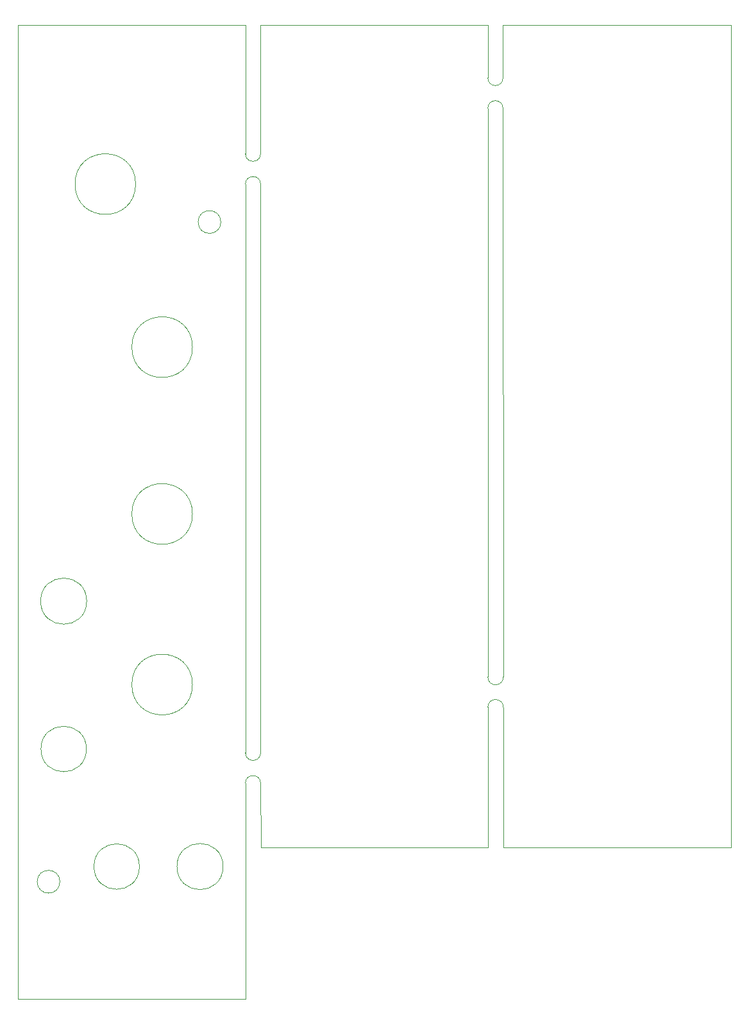
<source format=gbr>
%TF.GenerationSoftware,KiCad,Pcbnew,7.0.9*%
%TF.CreationDate,2023-12-20T21:33:15+01:00*%
%TF.ProjectId,MiniOSC,4d696e69-4f53-4432-9e6b-696361645f70,rev?*%
%TF.SameCoordinates,Original*%
%TF.FileFunction,Profile,NP*%
%FSLAX46Y46*%
G04 Gerber Fmt 4.6, Leading zero omitted, Abs format (unit mm)*
G04 Created by KiCad (PCBNEW 7.0.9) date 2023-12-20 21:33:15*
%MOMM*%
%LPD*%
G01*
G04 APERTURE LIST*
%TA.AperFunction,Profile*%
%ADD10C,0.100000*%
%TD*%
G04 APERTURE END LIST*
D10*
X104000000Y-52000000D02*
X104000000Y-45000000D01*
X72000000Y-62000000D02*
X72000000Y-45000000D01*
X70000000Y-173500000D02*
X40000000Y-173500000D01*
X72025000Y-153500000D02*
X72000000Y-144950000D01*
X71999261Y-141038431D02*
X72000000Y-66000000D01*
X69998751Y-145000000D02*
X70000000Y-173500000D01*
X102000000Y-131000000D02*
X102000000Y-56000000D01*
X134100000Y-45000000D02*
X122550000Y-45000000D01*
X122550000Y-153500000D02*
X134100000Y-153500000D01*
X40000000Y-45000000D02*
X40000000Y-173500000D01*
X49000000Y-140500000D02*
G75*
G03*
X49000000Y-140500000I-3000000J0D01*
G01*
X104000000Y-45000000D02*
X122550000Y-45000000D01*
X70000000Y-66000000D02*
X70000000Y-141000000D01*
X56000000Y-156000000D02*
G75*
G03*
X56000000Y-156000000I-3000000J0D01*
G01*
X104000000Y-56000000D02*
X104050000Y-131000000D01*
X70000001Y-141000000D02*
G75*
G03*
X71999260Y-141038431I999999J0D01*
G01*
X70000000Y-45000000D02*
X70000000Y-62000000D01*
X63000000Y-109500000D02*
G75*
G03*
X63000000Y-109500000I-4000000J0D01*
G01*
X72000000Y-144950000D02*
G75*
G03*
X69998751Y-145000000I-1000000J-50000D01*
G01*
X49041381Y-121000000D02*
G75*
G03*
X49041381Y-121000000I-3041381J0D01*
G01*
X72000000Y-45000000D02*
X102000000Y-45000000D01*
X104049796Y-135000000D02*
G75*
G03*
X102000001Y-134979905I-1024996J0D01*
G01*
X67041381Y-156000000D02*
G75*
G03*
X67041381Y-156000000I-3041381J0D01*
G01*
X102000000Y-45000000D02*
X102000000Y-52000000D01*
X122550000Y-153500000D02*
X104050000Y-153500000D01*
X55500000Y-66000000D02*
G75*
G03*
X55500000Y-66000000I-4000000J0D01*
G01*
X102000000Y-153500000D02*
X72025000Y-153500000D01*
X134100000Y-45000000D02*
X134100000Y-153500000D01*
X104000000Y-56000000D02*
G75*
G03*
X102000000Y-56000000I-1000000J0D01*
G01*
X102000000Y-52000000D02*
G75*
G03*
X104000000Y-52000000I1000000J0D01*
G01*
X102000000Y-134979905D02*
X102000000Y-153500000D01*
X104050000Y-153500000D02*
X104049803Y-135000000D01*
X45500000Y-158000000D02*
G75*
G03*
X45500000Y-158000000I-1500000J0D01*
G01*
X63000000Y-132000000D02*
G75*
G03*
X63000000Y-132000000I-4000000J0D01*
G01*
X66750000Y-71000000D02*
G75*
G03*
X66750000Y-71000000I-1500000J0D01*
G01*
X63000000Y-87500000D02*
G75*
G03*
X63000000Y-87500000I-4000000J0D01*
G01*
X40000000Y-45000000D02*
X70000000Y-45000000D01*
X72000000Y-66000000D02*
G75*
G03*
X70000000Y-66000000I-1000000J0D01*
G01*
X70000000Y-62000000D02*
G75*
G03*
X72000000Y-62000000I1000000J0D01*
G01*
X102000000Y-131000000D02*
G75*
G03*
X104050000Y-131000000I1025000J0D01*
G01*
M02*

</source>
